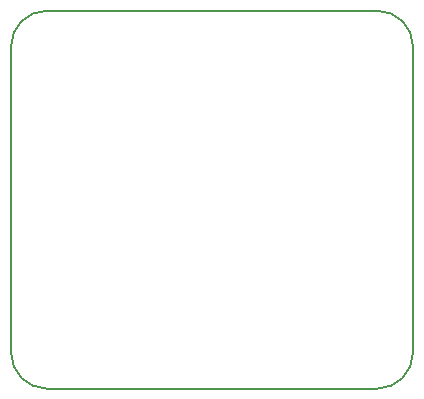
<source format=gbr>
G04 #@! TF.FileFunction,Profile,NP*
%FSLAX46Y46*%
G04 Gerber Fmt 4.6, Leading zero omitted, Abs format (unit mm)*
G04 Created by KiCad (PCBNEW 4.0.1-stable) date 2018/07/04 18:11:44*
%MOMM*%
G01*
G04 APERTURE LIST*
%ADD10C,0.100000*%
%ADD11C,0.150000*%
G04 APERTURE END LIST*
D10*
D11*
X133096000Y-122936000D02*
X161036000Y-122936000D01*
X130048000Y-93980000D02*
X130048000Y-119888000D01*
X161036000Y-90932000D02*
X133096000Y-90932000D01*
X164084000Y-119888000D02*
X164084000Y-93980000D01*
X161036000Y-122936000D02*
G75*
G03X164084000Y-119888000I0J3048000D01*
G01*
X130048000Y-119888000D02*
G75*
G03X133096000Y-122936000I3048000J0D01*
G01*
X133096000Y-90932000D02*
G75*
G03X130048000Y-93980000I0J-3048000D01*
G01*
X164084000Y-93980000D02*
G75*
G03X161036000Y-90932000I-3048000J0D01*
G01*
M02*

</source>
